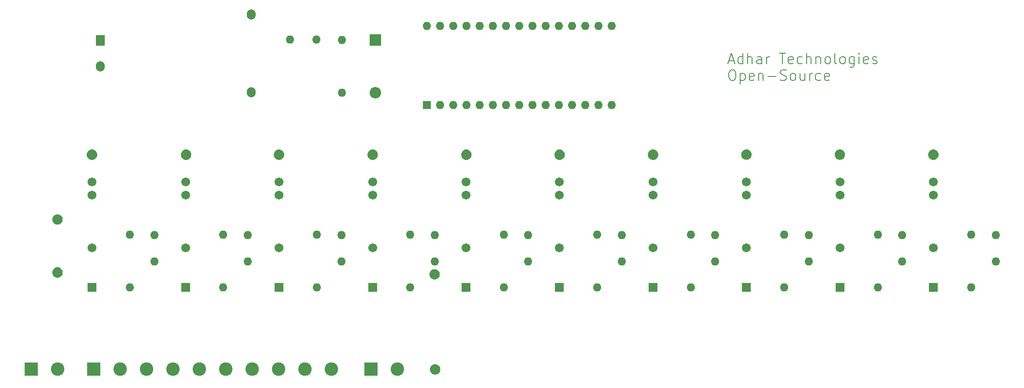
<source format=gbr>
%TF.GenerationSoftware,KiCad,Pcbnew,8.0.7*%
%TF.CreationDate,2025-02-15T17:39:48+06:00*%
%TF.ProjectId,arduino_plc,61726475-696e-46f5-9f70-6c632e6b6963,rev?*%
%TF.SameCoordinates,Original*%
%TF.FileFunction,Soldermask,Top*%
%TF.FilePolarity,Negative*%
%FSLAX46Y46*%
G04 Gerber Fmt 4.6, Leading zero omitted, Abs format (unit mm)*
G04 Created by KiCad (PCBNEW 8.0.7) date 2025-02-15 17:39:48*
%MOMM*%
%LPD*%
G01*
G04 APERTURE LIST*
G04 Aperture macros list*
%AMRoundRect*
0 Rectangle with rounded corners*
0 $1 Rounding radius*
0 $2 $3 $4 $5 $6 $7 $8 $9 X,Y pos of 4 corners*
0 Add a 4 corners polygon primitive as box body*
4,1,4,$2,$3,$4,$5,$6,$7,$8,$9,$2,$3,0*
0 Add four circle primitives for the rounded corners*
1,1,$1+$1,$2,$3*
1,1,$1+$1,$4,$5*
1,1,$1+$1,$6,$7*
1,1,$1+$1,$8,$9*
0 Add four rect primitives between the rounded corners*
20,1,$1+$1,$2,$3,$4,$5,0*
20,1,$1+$1,$4,$5,$6,$7,0*
20,1,$1+$1,$6,$7,$8,$9,0*
20,1,$1+$1,$8,$9,$2,$3,0*%
G04 Aperture macros list end*
%ADD10C,0.150000*%
%ADD11R,1.600000X1.600000*%
%ADD12O,1.600000X1.600000*%
%ADD13RoundRect,0.102000X-0.754000X0.754000X-0.754000X-0.754000X0.754000X-0.754000X0.754000X0.754000X0*%
%ADD14C,1.712000*%
%ADD15R,1.700000X2.000000*%
%ADD16O,1.700000X2.000000*%
%ADD17R,2.600000X2.600000*%
%ADD18C,2.600000*%
%ADD19R,2.200000X2.200000*%
%ADD20O,2.200000X2.200000*%
G04 APERTURE END LIST*
D10*
X202289636Y-55256121D02*
X203242017Y-55256121D01*
X202099160Y-55827550D02*
X202765826Y-53827550D01*
X202765826Y-53827550D02*
X203432493Y-55827550D01*
X204956303Y-55827550D02*
X204956303Y-53827550D01*
X204956303Y-55732312D02*
X204765827Y-55827550D01*
X204765827Y-55827550D02*
X204384874Y-55827550D01*
X204384874Y-55827550D02*
X204194398Y-55732312D01*
X204194398Y-55732312D02*
X204099160Y-55637073D01*
X204099160Y-55637073D02*
X204003922Y-55446597D01*
X204003922Y-55446597D02*
X204003922Y-54875169D01*
X204003922Y-54875169D02*
X204099160Y-54684692D01*
X204099160Y-54684692D02*
X204194398Y-54589454D01*
X204194398Y-54589454D02*
X204384874Y-54494216D01*
X204384874Y-54494216D02*
X204765827Y-54494216D01*
X204765827Y-54494216D02*
X204956303Y-54589454D01*
X205908684Y-55827550D02*
X205908684Y-53827550D01*
X206765827Y-55827550D02*
X206765827Y-54779931D01*
X206765827Y-54779931D02*
X206670589Y-54589454D01*
X206670589Y-54589454D02*
X206480113Y-54494216D01*
X206480113Y-54494216D02*
X206194398Y-54494216D01*
X206194398Y-54494216D02*
X206003922Y-54589454D01*
X206003922Y-54589454D02*
X205908684Y-54684692D01*
X208575351Y-55827550D02*
X208575351Y-54779931D01*
X208575351Y-54779931D02*
X208480113Y-54589454D01*
X208480113Y-54589454D02*
X208289637Y-54494216D01*
X208289637Y-54494216D02*
X207908684Y-54494216D01*
X207908684Y-54494216D02*
X207718208Y-54589454D01*
X208575351Y-55732312D02*
X208384875Y-55827550D01*
X208384875Y-55827550D02*
X207908684Y-55827550D01*
X207908684Y-55827550D02*
X207718208Y-55732312D01*
X207718208Y-55732312D02*
X207622970Y-55541835D01*
X207622970Y-55541835D02*
X207622970Y-55351359D01*
X207622970Y-55351359D02*
X207718208Y-55160883D01*
X207718208Y-55160883D02*
X207908684Y-55065645D01*
X207908684Y-55065645D02*
X208384875Y-55065645D01*
X208384875Y-55065645D02*
X208575351Y-54970407D01*
X209527732Y-55827550D02*
X209527732Y-54494216D01*
X209527732Y-54875169D02*
X209622970Y-54684692D01*
X209622970Y-54684692D02*
X209718208Y-54589454D01*
X209718208Y-54589454D02*
X209908684Y-54494216D01*
X209908684Y-54494216D02*
X210099161Y-54494216D01*
X212003923Y-53827550D02*
X213146780Y-53827550D01*
X212575351Y-55827550D02*
X212575351Y-53827550D01*
X214575352Y-55732312D02*
X214384876Y-55827550D01*
X214384876Y-55827550D02*
X214003923Y-55827550D01*
X214003923Y-55827550D02*
X213813447Y-55732312D01*
X213813447Y-55732312D02*
X213718209Y-55541835D01*
X213718209Y-55541835D02*
X213718209Y-54779931D01*
X213718209Y-54779931D02*
X213813447Y-54589454D01*
X213813447Y-54589454D02*
X214003923Y-54494216D01*
X214003923Y-54494216D02*
X214384876Y-54494216D01*
X214384876Y-54494216D02*
X214575352Y-54589454D01*
X214575352Y-54589454D02*
X214670590Y-54779931D01*
X214670590Y-54779931D02*
X214670590Y-54970407D01*
X214670590Y-54970407D02*
X213718209Y-55160883D01*
X216384876Y-55732312D02*
X216194400Y-55827550D01*
X216194400Y-55827550D02*
X215813447Y-55827550D01*
X215813447Y-55827550D02*
X215622971Y-55732312D01*
X215622971Y-55732312D02*
X215527733Y-55637073D01*
X215527733Y-55637073D02*
X215432495Y-55446597D01*
X215432495Y-55446597D02*
X215432495Y-54875169D01*
X215432495Y-54875169D02*
X215527733Y-54684692D01*
X215527733Y-54684692D02*
X215622971Y-54589454D01*
X215622971Y-54589454D02*
X215813447Y-54494216D01*
X215813447Y-54494216D02*
X216194400Y-54494216D01*
X216194400Y-54494216D02*
X216384876Y-54589454D01*
X217242019Y-55827550D02*
X217242019Y-53827550D01*
X218099162Y-55827550D02*
X218099162Y-54779931D01*
X218099162Y-54779931D02*
X218003924Y-54589454D01*
X218003924Y-54589454D02*
X217813448Y-54494216D01*
X217813448Y-54494216D02*
X217527733Y-54494216D01*
X217527733Y-54494216D02*
X217337257Y-54589454D01*
X217337257Y-54589454D02*
X217242019Y-54684692D01*
X219051543Y-54494216D02*
X219051543Y-55827550D01*
X219051543Y-54684692D02*
X219146781Y-54589454D01*
X219146781Y-54589454D02*
X219337257Y-54494216D01*
X219337257Y-54494216D02*
X219622972Y-54494216D01*
X219622972Y-54494216D02*
X219813448Y-54589454D01*
X219813448Y-54589454D02*
X219908686Y-54779931D01*
X219908686Y-54779931D02*
X219908686Y-55827550D01*
X221146781Y-55827550D02*
X220956305Y-55732312D01*
X220956305Y-55732312D02*
X220861067Y-55637073D01*
X220861067Y-55637073D02*
X220765829Y-55446597D01*
X220765829Y-55446597D02*
X220765829Y-54875169D01*
X220765829Y-54875169D02*
X220861067Y-54684692D01*
X220861067Y-54684692D02*
X220956305Y-54589454D01*
X220956305Y-54589454D02*
X221146781Y-54494216D01*
X221146781Y-54494216D02*
X221432496Y-54494216D01*
X221432496Y-54494216D02*
X221622972Y-54589454D01*
X221622972Y-54589454D02*
X221718210Y-54684692D01*
X221718210Y-54684692D02*
X221813448Y-54875169D01*
X221813448Y-54875169D02*
X221813448Y-55446597D01*
X221813448Y-55446597D02*
X221718210Y-55637073D01*
X221718210Y-55637073D02*
X221622972Y-55732312D01*
X221622972Y-55732312D02*
X221432496Y-55827550D01*
X221432496Y-55827550D02*
X221146781Y-55827550D01*
X222956305Y-55827550D02*
X222765829Y-55732312D01*
X222765829Y-55732312D02*
X222670591Y-55541835D01*
X222670591Y-55541835D02*
X222670591Y-53827550D01*
X224003924Y-55827550D02*
X223813448Y-55732312D01*
X223813448Y-55732312D02*
X223718210Y-55637073D01*
X223718210Y-55637073D02*
X223622972Y-55446597D01*
X223622972Y-55446597D02*
X223622972Y-54875169D01*
X223622972Y-54875169D02*
X223718210Y-54684692D01*
X223718210Y-54684692D02*
X223813448Y-54589454D01*
X223813448Y-54589454D02*
X224003924Y-54494216D01*
X224003924Y-54494216D02*
X224289639Y-54494216D01*
X224289639Y-54494216D02*
X224480115Y-54589454D01*
X224480115Y-54589454D02*
X224575353Y-54684692D01*
X224575353Y-54684692D02*
X224670591Y-54875169D01*
X224670591Y-54875169D02*
X224670591Y-55446597D01*
X224670591Y-55446597D02*
X224575353Y-55637073D01*
X224575353Y-55637073D02*
X224480115Y-55732312D01*
X224480115Y-55732312D02*
X224289639Y-55827550D01*
X224289639Y-55827550D02*
X224003924Y-55827550D01*
X226384877Y-54494216D02*
X226384877Y-56113264D01*
X226384877Y-56113264D02*
X226289639Y-56303740D01*
X226289639Y-56303740D02*
X226194401Y-56398978D01*
X226194401Y-56398978D02*
X226003924Y-56494216D01*
X226003924Y-56494216D02*
X225718210Y-56494216D01*
X225718210Y-56494216D02*
X225527734Y-56398978D01*
X226384877Y-55732312D02*
X226194401Y-55827550D01*
X226194401Y-55827550D02*
X225813448Y-55827550D01*
X225813448Y-55827550D02*
X225622972Y-55732312D01*
X225622972Y-55732312D02*
X225527734Y-55637073D01*
X225527734Y-55637073D02*
X225432496Y-55446597D01*
X225432496Y-55446597D02*
X225432496Y-54875169D01*
X225432496Y-54875169D02*
X225527734Y-54684692D01*
X225527734Y-54684692D02*
X225622972Y-54589454D01*
X225622972Y-54589454D02*
X225813448Y-54494216D01*
X225813448Y-54494216D02*
X226194401Y-54494216D01*
X226194401Y-54494216D02*
X226384877Y-54589454D01*
X227337258Y-55827550D02*
X227337258Y-54494216D01*
X227337258Y-53827550D02*
X227242020Y-53922788D01*
X227242020Y-53922788D02*
X227337258Y-54018026D01*
X227337258Y-54018026D02*
X227432496Y-53922788D01*
X227432496Y-53922788D02*
X227337258Y-53827550D01*
X227337258Y-53827550D02*
X227337258Y-54018026D01*
X229051544Y-55732312D02*
X228861068Y-55827550D01*
X228861068Y-55827550D02*
X228480115Y-55827550D01*
X228480115Y-55827550D02*
X228289639Y-55732312D01*
X228289639Y-55732312D02*
X228194401Y-55541835D01*
X228194401Y-55541835D02*
X228194401Y-54779931D01*
X228194401Y-54779931D02*
X228289639Y-54589454D01*
X228289639Y-54589454D02*
X228480115Y-54494216D01*
X228480115Y-54494216D02*
X228861068Y-54494216D01*
X228861068Y-54494216D02*
X229051544Y-54589454D01*
X229051544Y-54589454D02*
X229146782Y-54779931D01*
X229146782Y-54779931D02*
X229146782Y-54970407D01*
X229146782Y-54970407D02*
X228194401Y-55160883D01*
X229908687Y-55732312D02*
X230099163Y-55827550D01*
X230099163Y-55827550D02*
X230480115Y-55827550D01*
X230480115Y-55827550D02*
X230670592Y-55732312D01*
X230670592Y-55732312D02*
X230765830Y-55541835D01*
X230765830Y-55541835D02*
X230765830Y-55446597D01*
X230765830Y-55446597D02*
X230670592Y-55256121D01*
X230670592Y-55256121D02*
X230480115Y-55160883D01*
X230480115Y-55160883D02*
X230194401Y-55160883D01*
X230194401Y-55160883D02*
X230003925Y-55065645D01*
X230003925Y-55065645D02*
X229908687Y-54875169D01*
X229908687Y-54875169D02*
X229908687Y-54779931D01*
X229908687Y-54779931D02*
X230003925Y-54589454D01*
X230003925Y-54589454D02*
X230194401Y-54494216D01*
X230194401Y-54494216D02*
X230480115Y-54494216D01*
X230480115Y-54494216D02*
X230670592Y-54589454D01*
X202765826Y-57047438D02*
X203146779Y-57047438D01*
X203146779Y-57047438D02*
X203337255Y-57142676D01*
X203337255Y-57142676D02*
X203527731Y-57333152D01*
X203527731Y-57333152D02*
X203622969Y-57714104D01*
X203622969Y-57714104D02*
X203622969Y-58380771D01*
X203622969Y-58380771D02*
X203527731Y-58761723D01*
X203527731Y-58761723D02*
X203337255Y-58952200D01*
X203337255Y-58952200D02*
X203146779Y-59047438D01*
X203146779Y-59047438D02*
X202765826Y-59047438D01*
X202765826Y-59047438D02*
X202575350Y-58952200D01*
X202575350Y-58952200D02*
X202384874Y-58761723D01*
X202384874Y-58761723D02*
X202289636Y-58380771D01*
X202289636Y-58380771D02*
X202289636Y-57714104D01*
X202289636Y-57714104D02*
X202384874Y-57333152D01*
X202384874Y-57333152D02*
X202575350Y-57142676D01*
X202575350Y-57142676D02*
X202765826Y-57047438D01*
X204480112Y-57714104D02*
X204480112Y-59714104D01*
X204480112Y-57809342D02*
X204670588Y-57714104D01*
X204670588Y-57714104D02*
X205051541Y-57714104D01*
X205051541Y-57714104D02*
X205242017Y-57809342D01*
X205242017Y-57809342D02*
X205337255Y-57904580D01*
X205337255Y-57904580D02*
X205432493Y-58095057D01*
X205432493Y-58095057D02*
X205432493Y-58666485D01*
X205432493Y-58666485D02*
X205337255Y-58856961D01*
X205337255Y-58856961D02*
X205242017Y-58952200D01*
X205242017Y-58952200D02*
X205051541Y-59047438D01*
X205051541Y-59047438D02*
X204670588Y-59047438D01*
X204670588Y-59047438D02*
X204480112Y-58952200D01*
X207051541Y-58952200D02*
X206861065Y-59047438D01*
X206861065Y-59047438D02*
X206480112Y-59047438D01*
X206480112Y-59047438D02*
X206289636Y-58952200D01*
X206289636Y-58952200D02*
X206194398Y-58761723D01*
X206194398Y-58761723D02*
X206194398Y-57999819D01*
X206194398Y-57999819D02*
X206289636Y-57809342D01*
X206289636Y-57809342D02*
X206480112Y-57714104D01*
X206480112Y-57714104D02*
X206861065Y-57714104D01*
X206861065Y-57714104D02*
X207051541Y-57809342D01*
X207051541Y-57809342D02*
X207146779Y-57999819D01*
X207146779Y-57999819D02*
X207146779Y-58190295D01*
X207146779Y-58190295D02*
X206194398Y-58380771D01*
X208003922Y-57714104D02*
X208003922Y-59047438D01*
X208003922Y-57904580D02*
X208099160Y-57809342D01*
X208099160Y-57809342D02*
X208289636Y-57714104D01*
X208289636Y-57714104D02*
X208575351Y-57714104D01*
X208575351Y-57714104D02*
X208765827Y-57809342D01*
X208765827Y-57809342D02*
X208861065Y-57999819D01*
X208861065Y-57999819D02*
X208861065Y-59047438D01*
X209813446Y-58285533D02*
X211337256Y-58285533D01*
X212194398Y-58952200D02*
X212480112Y-59047438D01*
X212480112Y-59047438D02*
X212956303Y-59047438D01*
X212956303Y-59047438D02*
X213146779Y-58952200D01*
X213146779Y-58952200D02*
X213242017Y-58856961D01*
X213242017Y-58856961D02*
X213337255Y-58666485D01*
X213337255Y-58666485D02*
X213337255Y-58476009D01*
X213337255Y-58476009D02*
X213242017Y-58285533D01*
X213242017Y-58285533D02*
X213146779Y-58190295D01*
X213146779Y-58190295D02*
X212956303Y-58095057D01*
X212956303Y-58095057D02*
X212575350Y-57999819D01*
X212575350Y-57999819D02*
X212384874Y-57904580D01*
X212384874Y-57904580D02*
X212289636Y-57809342D01*
X212289636Y-57809342D02*
X212194398Y-57618866D01*
X212194398Y-57618866D02*
X212194398Y-57428390D01*
X212194398Y-57428390D02*
X212289636Y-57237914D01*
X212289636Y-57237914D02*
X212384874Y-57142676D01*
X212384874Y-57142676D02*
X212575350Y-57047438D01*
X212575350Y-57047438D02*
X213051541Y-57047438D01*
X213051541Y-57047438D02*
X213337255Y-57142676D01*
X214480112Y-59047438D02*
X214289636Y-58952200D01*
X214289636Y-58952200D02*
X214194398Y-58856961D01*
X214194398Y-58856961D02*
X214099160Y-58666485D01*
X214099160Y-58666485D02*
X214099160Y-58095057D01*
X214099160Y-58095057D02*
X214194398Y-57904580D01*
X214194398Y-57904580D02*
X214289636Y-57809342D01*
X214289636Y-57809342D02*
X214480112Y-57714104D01*
X214480112Y-57714104D02*
X214765827Y-57714104D01*
X214765827Y-57714104D02*
X214956303Y-57809342D01*
X214956303Y-57809342D02*
X215051541Y-57904580D01*
X215051541Y-57904580D02*
X215146779Y-58095057D01*
X215146779Y-58095057D02*
X215146779Y-58666485D01*
X215146779Y-58666485D02*
X215051541Y-58856961D01*
X215051541Y-58856961D02*
X214956303Y-58952200D01*
X214956303Y-58952200D02*
X214765827Y-59047438D01*
X214765827Y-59047438D02*
X214480112Y-59047438D01*
X216861065Y-57714104D02*
X216861065Y-59047438D01*
X216003922Y-57714104D02*
X216003922Y-58761723D01*
X216003922Y-58761723D02*
X216099160Y-58952200D01*
X216099160Y-58952200D02*
X216289636Y-59047438D01*
X216289636Y-59047438D02*
X216575351Y-59047438D01*
X216575351Y-59047438D02*
X216765827Y-58952200D01*
X216765827Y-58952200D02*
X216861065Y-58856961D01*
X217813446Y-59047438D02*
X217813446Y-57714104D01*
X217813446Y-58095057D02*
X217908684Y-57904580D01*
X217908684Y-57904580D02*
X218003922Y-57809342D01*
X218003922Y-57809342D02*
X218194398Y-57714104D01*
X218194398Y-57714104D02*
X218384875Y-57714104D01*
X219908684Y-58952200D02*
X219718208Y-59047438D01*
X219718208Y-59047438D02*
X219337255Y-59047438D01*
X219337255Y-59047438D02*
X219146779Y-58952200D01*
X219146779Y-58952200D02*
X219051541Y-58856961D01*
X219051541Y-58856961D02*
X218956303Y-58666485D01*
X218956303Y-58666485D02*
X218956303Y-58095057D01*
X218956303Y-58095057D02*
X219051541Y-57904580D01*
X219051541Y-57904580D02*
X219146779Y-57809342D01*
X219146779Y-57809342D02*
X219337255Y-57714104D01*
X219337255Y-57714104D02*
X219718208Y-57714104D01*
X219718208Y-57714104D02*
X219908684Y-57809342D01*
X221527732Y-58952200D02*
X221337256Y-59047438D01*
X221337256Y-59047438D02*
X220956303Y-59047438D01*
X220956303Y-59047438D02*
X220765827Y-58952200D01*
X220765827Y-58952200D02*
X220670589Y-58761723D01*
X220670589Y-58761723D02*
X220670589Y-57999819D01*
X220670589Y-57999819D02*
X220765827Y-57809342D01*
X220765827Y-57809342D02*
X220956303Y-57714104D01*
X220956303Y-57714104D02*
X221337256Y-57714104D01*
X221337256Y-57714104D02*
X221527732Y-57809342D01*
X221527732Y-57809342D02*
X221622970Y-57999819D01*
X221622970Y-57999819D02*
X221622970Y-58190295D01*
X221622970Y-58190295D02*
X220670589Y-58380771D01*
D11*
%TO.C,A1*%
X144152500Y-63842500D03*
D12*
X146692500Y-63842500D03*
X149232500Y-63842500D03*
X151772500Y-63842500D03*
X154312500Y-63842500D03*
X156852500Y-63842500D03*
X159392500Y-63842500D03*
X161932500Y-63842500D03*
X164472500Y-63842500D03*
X167012500Y-63842500D03*
X169552500Y-63842500D03*
X172092500Y-63842500D03*
X174632500Y-63842500D03*
X177172500Y-63842500D03*
X179712500Y-63842500D03*
X179712500Y-48602500D03*
X177172500Y-48602500D03*
X174632500Y-48602500D03*
X172092500Y-48602500D03*
X169552500Y-48602500D03*
X167012500Y-48602500D03*
X164472500Y-48602500D03*
X161932500Y-48602500D03*
X159392500Y-48602500D03*
X156852500Y-48602500D03*
X154312500Y-48602500D03*
X151772500Y-48602500D03*
X149232500Y-48602500D03*
X146692500Y-48602500D03*
X144152500Y-48602500D03*
%TD*%
D13*
%TO.C,K5*%
X151699164Y-98940000D03*
D14*
X151699164Y-91320000D03*
X151699164Y-81160000D03*
X151699164Y-78620000D03*
%TD*%
D13*
%TO.C,K6*%
X169685830Y-98940000D03*
D14*
X169685830Y-91320000D03*
X169685830Y-81160000D03*
X169685830Y-78620000D03*
%TD*%
D15*
%TO.C,PS1*%
X81345000Y-51372500D03*
D16*
X81345000Y-56372500D03*
X110425000Y-46372500D03*
X110425000Y-61372500D03*
%TD*%
D12*
%TO.C,U9*%
X217636662Y-93950000D03*
X217636662Y-88870000D03*
%TD*%
D13*
%TO.C,K8*%
X205659162Y-98940000D03*
D14*
X205659162Y-91320000D03*
X205659162Y-81160000D03*
X205659162Y-78620000D03*
%TD*%
D13*
%TO.C,K10*%
X241632500Y-98940000D03*
D14*
X241632500Y-91320000D03*
X241632500Y-81160000D03*
X241632500Y-78620000D03*
%TD*%
D12*
%TO.C,R7*%
X176953329Y-98920000D03*
X176953329Y-88760000D03*
%TD*%
%TO.C,U4*%
X127703332Y-93950000D03*
X127703332Y-88870000D03*
%TD*%
D13*
%TO.C,K9*%
X223645828Y-98940000D03*
D14*
X223645828Y-91320000D03*
X223645828Y-81160000D03*
X223645828Y-78620000D03*
%TD*%
D12*
%TO.C,U11*%
X253610000Y-93950000D03*
X253610000Y-88870000D03*
%TD*%
D17*
%TO.C,REF\u002A\u002A*%
X133432500Y-114710000D03*
D18*
X138512500Y-114710000D03*
%TD*%
D12*
%TO.C,R2*%
X87020000Y-98920000D03*
X87020000Y-88760000D03*
%TD*%
%TO.C,U3*%
X109716666Y-93950000D03*
X109716666Y-88870000D03*
%TD*%
%TO.C,U1*%
X117852500Y-51190000D03*
X122932500Y-51190000D03*
%TD*%
D13*
%TO.C,K2*%
X97739166Y-98940000D03*
D14*
X97739166Y-91320000D03*
X97739166Y-81160000D03*
X97739166Y-78620000D03*
%TD*%
D13*
%TO.C,K3*%
X115725832Y-98940000D03*
D14*
X115725832Y-91320000D03*
X115725832Y-81160000D03*
X115725832Y-78620000D03*
%TD*%
D12*
%TO.C,R9*%
X212926661Y-98920000D03*
X212926661Y-88760000D03*
%TD*%
%TO.C,U2*%
X91730000Y-93950000D03*
X91730000Y-88870000D03*
%TD*%
%TO.C,R4*%
X122993331Y-98920000D03*
X122993331Y-88760000D03*
%TD*%
D17*
%TO.C,REF\u002A\u002A*%
X80072500Y-114710000D03*
D18*
X85152500Y-114710000D03*
X90232500Y-114710000D03*
X95312500Y-114710000D03*
X100392500Y-114710000D03*
X105472500Y-114710000D03*
X110552500Y-114710000D03*
X115632500Y-114710000D03*
X120712500Y-114710000D03*
X125792500Y-114710000D03*
%TD*%
D12*
%TO.C,R1*%
X127832500Y-61425000D03*
X127832500Y-51265000D03*
%TD*%
D13*
%TO.C,K4*%
X133712498Y-98940000D03*
D14*
X133712498Y-91320000D03*
X133712498Y-81160000D03*
X133712498Y-78620000D03*
%TD*%
D12*
%TO.C,R8*%
X194939995Y-98920000D03*
X194939995Y-88760000D03*
%TD*%
D13*
%TO.C,K1*%
X79752500Y-98940000D03*
D14*
X79752500Y-91320000D03*
X79752500Y-81160000D03*
X79752500Y-78620000D03*
%TD*%
D12*
%TO.C,U7*%
X181663330Y-93950000D03*
X181663330Y-88870000D03*
%TD*%
%TO.C,R5*%
X140979997Y-98920000D03*
X140979997Y-88760000D03*
%TD*%
D13*
%TO.C,K7*%
X187672496Y-98940000D03*
D14*
X187672496Y-91320000D03*
X187672496Y-81160000D03*
X187672496Y-78620000D03*
%TD*%
D12*
%TO.C,U8*%
X199649996Y-93950000D03*
X199649996Y-88870000D03*
%TD*%
D17*
%TO.C,REF\u002A\u002A*%
X68032500Y-114710000D03*
D18*
X73112500Y-114710000D03*
%TD*%
D12*
%TO.C,U6*%
X163676664Y-93950000D03*
X163676664Y-88870000D03*
%TD*%
D19*
%TO.C,D1*%
X134272500Y-51310000D03*
D20*
X134272500Y-61470000D03*
%TD*%
D12*
%TO.C,R11*%
X248899999Y-98920000D03*
X248899999Y-88760000D03*
%TD*%
%TO.C,U5*%
X145689998Y-93950000D03*
X145689998Y-88870000D03*
%TD*%
%TO.C,R6*%
X158966663Y-98920000D03*
X158966663Y-88760000D03*
%TD*%
%TO.C,R3*%
X105006665Y-98920000D03*
X105006665Y-88760000D03*
%TD*%
%TO.C,R10*%
X230913327Y-98920000D03*
X230913327Y-88760000D03*
%TD*%
%TO.C,U10*%
X235623328Y-93950000D03*
X235623328Y-88870000D03*
%TD*%
G36*
X73285434Y-84888017D02*
G01*
X73309275Y-84892759D01*
X73473498Y-84942575D01*
X73495956Y-84951878D01*
X73647298Y-85032772D01*
X73667510Y-85046277D01*
X73800166Y-85155145D01*
X73817354Y-85172333D01*
X73926222Y-85304989D01*
X73939727Y-85325201D01*
X74020621Y-85476543D01*
X74029924Y-85499001D01*
X74079740Y-85663224D01*
X74084482Y-85687065D01*
X74101302Y-85857846D01*
X74101302Y-85882154D01*
X74084482Y-86052934D01*
X74079740Y-86076775D01*
X74029924Y-86240998D01*
X74020621Y-86263456D01*
X73939727Y-86414798D01*
X73926222Y-86435010D01*
X73817354Y-86567666D01*
X73800166Y-86584854D01*
X73667510Y-86693722D01*
X73647298Y-86707227D01*
X73495956Y-86788121D01*
X73473498Y-86797424D01*
X73309275Y-86847240D01*
X73285434Y-86851982D01*
X73114654Y-86868802D01*
X73090346Y-86868802D01*
X72919565Y-86851982D01*
X72895724Y-86847240D01*
X72731501Y-86797424D01*
X72709043Y-86788121D01*
X72557701Y-86707227D01*
X72537489Y-86693722D01*
X72404833Y-86584854D01*
X72387645Y-86567666D01*
X72278777Y-86435010D01*
X72265272Y-86414798D01*
X72184378Y-86263456D01*
X72175075Y-86240998D01*
X72125259Y-86076775D01*
X72120517Y-86052934D01*
X72103697Y-85882154D01*
X72103697Y-85857846D01*
X72120517Y-85687065D01*
X72125259Y-85663224D01*
X72175075Y-85499001D01*
X72184378Y-85476543D01*
X72265272Y-85325201D01*
X72278777Y-85304989D01*
X72387645Y-85172333D01*
X72404833Y-85155145D01*
X72537489Y-85046277D01*
X72557701Y-85032772D01*
X72709043Y-84951878D01*
X72731501Y-84942575D01*
X72895724Y-84892759D01*
X72919565Y-84888017D01*
X73090346Y-84871197D01*
X73114654Y-84871197D01*
X73285434Y-84888017D01*
G37*
G36*
X98025434Y-72388017D02*
G01*
X98049275Y-72392759D01*
X98213498Y-72442575D01*
X98235956Y-72451878D01*
X98387298Y-72532772D01*
X98407510Y-72546277D01*
X98540166Y-72655145D01*
X98557354Y-72672333D01*
X98666222Y-72804989D01*
X98679727Y-72825201D01*
X98760621Y-72976543D01*
X98769924Y-72999001D01*
X98819740Y-73163224D01*
X98824482Y-73187065D01*
X98841302Y-73357846D01*
X98841302Y-73382154D01*
X98824482Y-73552934D01*
X98819740Y-73576775D01*
X98769924Y-73740998D01*
X98760621Y-73763456D01*
X98679727Y-73914798D01*
X98666222Y-73935010D01*
X98557354Y-74067666D01*
X98540166Y-74084854D01*
X98407510Y-74193722D01*
X98387298Y-74207227D01*
X98235956Y-74288121D01*
X98213498Y-74297424D01*
X98049275Y-74347240D01*
X98025434Y-74351982D01*
X97854654Y-74368802D01*
X97830346Y-74368802D01*
X97659565Y-74351982D01*
X97635724Y-74347240D01*
X97471501Y-74297424D01*
X97449043Y-74288121D01*
X97297701Y-74207227D01*
X97277489Y-74193722D01*
X97144833Y-74084854D01*
X97127645Y-74067666D01*
X97018777Y-73935010D01*
X97005272Y-73914798D01*
X96924378Y-73763456D01*
X96915075Y-73740998D01*
X96865259Y-73576775D01*
X96860517Y-73552934D01*
X96843697Y-73382154D01*
X96843697Y-73357846D01*
X96860517Y-73187065D01*
X96865259Y-73163224D01*
X96915075Y-72999001D01*
X96924378Y-72976543D01*
X97005272Y-72825201D01*
X97018777Y-72804989D01*
X97127645Y-72672333D01*
X97144833Y-72655145D01*
X97277489Y-72546277D01*
X97297701Y-72532772D01*
X97449043Y-72451878D01*
X97471501Y-72442575D01*
X97635724Y-72392759D01*
X97659565Y-72388017D01*
X97830346Y-72371197D01*
X97854654Y-72371197D01*
X98025434Y-72388017D01*
G37*
G36*
X115905434Y-72388017D02*
G01*
X115929275Y-72392759D01*
X116093498Y-72442575D01*
X116115956Y-72451878D01*
X116267298Y-72532772D01*
X116287510Y-72546277D01*
X116420166Y-72655145D01*
X116437354Y-72672333D01*
X116546222Y-72804989D01*
X116559727Y-72825201D01*
X116640621Y-72976543D01*
X116649924Y-72999001D01*
X116699740Y-73163224D01*
X116704482Y-73187065D01*
X116721302Y-73357846D01*
X116721302Y-73382154D01*
X116704482Y-73552934D01*
X116699740Y-73576775D01*
X116649924Y-73740998D01*
X116640621Y-73763456D01*
X116559727Y-73914798D01*
X116546222Y-73935010D01*
X116437354Y-74067666D01*
X116420166Y-74084854D01*
X116287510Y-74193722D01*
X116267298Y-74207227D01*
X116115956Y-74288121D01*
X116093498Y-74297424D01*
X115929275Y-74347240D01*
X115905434Y-74351982D01*
X115734654Y-74368802D01*
X115710346Y-74368802D01*
X115539565Y-74351982D01*
X115515724Y-74347240D01*
X115351501Y-74297424D01*
X115329043Y-74288121D01*
X115177701Y-74207227D01*
X115157489Y-74193722D01*
X115024833Y-74084854D01*
X115007645Y-74067666D01*
X114898777Y-73935010D01*
X114885272Y-73914798D01*
X114804378Y-73763456D01*
X114795075Y-73740998D01*
X114745259Y-73576775D01*
X114740517Y-73552934D01*
X114723697Y-73382154D01*
X114723697Y-73357846D01*
X114740517Y-73187065D01*
X114745259Y-73163224D01*
X114795075Y-72999001D01*
X114804378Y-72976543D01*
X114885272Y-72825201D01*
X114898777Y-72804989D01*
X115007645Y-72672333D01*
X115024833Y-72655145D01*
X115157489Y-72546277D01*
X115177701Y-72532772D01*
X115329043Y-72451878D01*
X115351501Y-72442575D01*
X115515724Y-72392759D01*
X115539565Y-72388017D01*
X115710346Y-72371197D01*
X115734654Y-72371197D01*
X115905434Y-72388017D01*
G37*
G36*
X133925434Y-72388017D02*
G01*
X133949275Y-72392759D01*
X134113498Y-72442575D01*
X134135956Y-72451878D01*
X134287298Y-72532772D01*
X134307510Y-72546277D01*
X134440166Y-72655145D01*
X134457354Y-72672333D01*
X134566222Y-72804989D01*
X134579727Y-72825201D01*
X134660621Y-72976543D01*
X134669924Y-72999001D01*
X134719740Y-73163224D01*
X134724482Y-73187065D01*
X134741302Y-73357846D01*
X134741302Y-73382154D01*
X134724482Y-73552934D01*
X134719740Y-73576775D01*
X134669924Y-73740998D01*
X134660621Y-73763456D01*
X134579727Y-73914798D01*
X134566222Y-73935010D01*
X134457354Y-74067666D01*
X134440166Y-74084854D01*
X134307510Y-74193722D01*
X134287298Y-74207227D01*
X134135956Y-74288121D01*
X134113498Y-74297424D01*
X133949275Y-74347240D01*
X133925434Y-74351982D01*
X133754654Y-74368802D01*
X133730346Y-74368802D01*
X133559565Y-74351982D01*
X133535724Y-74347240D01*
X133371501Y-74297424D01*
X133349043Y-74288121D01*
X133197701Y-74207227D01*
X133177489Y-74193722D01*
X133044833Y-74084854D01*
X133027645Y-74067666D01*
X132918777Y-73935010D01*
X132905272Y-73914798D01*
X132824378Y-73763456D01*
X132815075Y-73740998D01*
X132765259Y-73576775D01*
X132760517Y-73552934D01*
X132743697Y-73382154D01*
X132743697Y-73357846D01*
X132760517Y-73187065D01*
X132765259Y-73163224D01*
X132815075Y-72999001D01*
X132824378Y-72976543D01*
X132905272Y-72825201D01*
X132918777Y-72804989D01*
X133027645Y-72672333D01*
X133044833Y-72655145D01*
X133177489Y-72546277D01*
X133197701Y-72532772D01*
X133349043Y-72451878D01*
X133371501Y-72442575D01*
X133535724Y-72392759D01*
X133559565Y-72388017D01*
X133730346Y-72371197D01*
X133754654Y-72371197D01*
X133925434Y-72388017D01*
G37*
G36*
X151945434Y-72388017D02*
G01*
X151969275Y-72392759D01*
X152133498Y-72442575D01*
X152155956Y-72451878D01*
X152307298Y-72532772D01*
X152327510Y-72546277D01*
X152460166Y-72655145D01*
X152477354Y-72672333D01*
X152586222Y-72804989D01*
X152599727Y-72825201D01*
X152680621Y-72976543D01*
X152689924Y-72999001D01*
X152739740Y-73163224D01*
X152744482Y-73187065D01*
X152761302Y-73357846D01*
X152761302Y-73382154D01*
X152744482Y-73552934D01*
X152739740Y-73576775D01*
X152689924Y-73740998D01*
X152680621Y-73763456D01*
X152599727Y-73914798D01*
X152586222Y-73935010D01*
X152477354Y-74067666D01*
X152460166Y-74084854D01*
X152327510Y-74193722D01*
X152307298Y-74207227D01*
X152155956Y-74288121D01*
X152133498Y-74297424D01*
X151969275Y-74347240D01*
X151945434Y-74351982D01*
X151774654Y-74368802D01*
X151750346Y-74368802D01*
X151579565Y-74351982D01*
X151555724Y-74347240D01*
X151391501Y-74297424D01*
X151369043Y-74288121D01*
X151217701Y-74207227D01*
X151197489Y-74193722D01*
X151064833Y-74084854D01*
X151047645Y-74067666D01*
X150938777Y-73935010D01*
X150925272Y-73914798D01*
X150844378Y-73763456D01*
X150835075Y-73740998D01*
X150785259Y-73576775D01*
X150780517Y-73552934D01*
X150763697Y-73382154D01*
X150763697Y-73357846D01*
X150780517Y-73187065D01*
X150785259Y-73163224D01*
X150835075Y-72999001D01*
X150844378Y-72976543D01*
X150925272Y-72825201D01*
X150938777Y-72804989D01*
X151047645Y-72672333D01*
X151064833Y-72655145D01*
X151197489Y-72546277D01*
X151217701Y-72532772D01*
X151369043Y-72451878D01*
X151391501Y-72442575D01*
X151555724Y-72392759D01*
X151579565Y-72388017D01*
X151750346Y-72371197D01*
X151774654Y-72371197D01*
X151945434Y-72388017D01*
G37*
G36*
X223805434Y-72378017D02*
G01*
X223829275Y-72382759D01*
X223993498Y-72432575D01*
X224015956Y-72441878D01*
X224167298Y-72522772D01*
X224187510Y-72536277D01*
X224320166Y-72645145D01*
X224337354Y-72662333D01*
X224446222Y-72794989D01*
X224459727Y-72815201D01*
X224540621Y-72966543D01*
X224549924Y-72989001D01*
X224599740Y-73153224D01*
X224604482Y-73177065D01*
X224621302Y-73347846D01*
X224621302Y-73372154D01*
X224604482Y-73542934D01*
X224599740Y-73566775D01*
X224549924Y-73730998D01*
X224540621Y-73753456D01*
X224459727Y-73904798D01*
X224446222Y-73925010D01*
X224337354Y-74057666D01*
X224320166Y-74074854D01*
X224187510Y-74183722D01*
X224167298Y-74197227D01*
X224015956Y-74278121D01*
X223993498Y-74287424D01*
X223829275Y-74337240D01*
X223805434Y-74341982D01*
X223634654Y-74358802D01*
X223610346Y-74358802D01*
X223439565Y-74341982D01*
X223415724Y-74337240D01*
X223251501Y-74287424D01*
X223229043Y-74278121D01*
X223077701Y-74197227D01*
X223057489Y-74183722D01*
X222924833Y-74074854D01*
X222907645Y-74057666D01*
X222798777Y-73925010D01*
X222785272Y-73904798D01*
X222704378Y-73753456D01*
X222695075Y-73730998D01*
X222645259Y-73566775D01*
X222640517Y-73542934D01*
X222623697Y-73372154D01*
X222623697Y-73347846D01*
X222640517Y-73177065D01*
X222645259Y-73153224D01*
X222695075Y-72989001D01*
X222704378Y-72966543D01*
X222785272Y-72815201D01*
X222798777Y-72794989D01*
X222907645Y-72662333D01*
X222924833Y-72645145D01*
X223057489Y-72536277D01*
X223077701Y-72522772D01*
X223229043Y-72441878D01*
X223251501Y-72432575D01*
X223415724Y-72382759D01*
X223439565Y-72378017D01*
X223610346Y-72361197D01*
X223634654Y-72361197D01*
X223805434Y-72378017D01*
G37*
G36*
X145845434Y-95448017D02*
G01*
X145869275Y-95452759D01*
X146033498Y-95502575D01*
X146055956Y-95511878D01*
X146207298Y-95592772D01*
X146227510Y-95606277D01*
X146360166Y-95715145D01*
X146377354Y-95732333D01*
X146486222Y-95864989D01*
X146499727Y-95885201D01*
X146580621Y-96036543D01*
X146589924Y-96059001D01*
X146639740Y-96223224D01*
X146644482Y-96247065D01*
X146661302Y-96417846D01*
X146661302Y-96442154D01*
X146644482Y-96612934D01*
X146639740Y-96636775D01*
X146589924Y-96800998D01*
X146580621Y-96823456D01*
X146499727Y-96974798D01*
X146486222Y-96995010D01*
X146377354Y-97127666D01*
X146360166Y-97144854D01*
X146227510Y-97253722D01*
X146207298Y-97267227D01*
X146055956Y-97348121D01*
X146033498Y-97357424D01*
X145869275Y-97407240D01*
X145845434Y-97411982D01*
X145674654Y-97428802D01*
X145650346Y-97428802D01*
X145479565Y-97411982D01*
X145455724Y-97407240D01*
X145291501Y-97357424D01*
X145269043Y-97348121D01*
X145117701Y-97267227D01*
X145097489Y-97253722D01*
X144964833Y-97144854D01*
X144947645Y-97127666D01*
X144838777Y-96995010D01*
X144825272Y-96974798D01*
X144744378Y-96823456D01*
X144735075Y-96800998D01*
X144685259Y-96636775D01*
X144680517Y-96612934D01*
X144663697Y-96442154D01*
X144663697Y-96417846D01*
X144680517Y-96247065D01*
X144685259Y-96223224D01*
X144735075Y-96059001D01*
X144744378Y-96036543D01*
X144825272Y-95885201D01*
X144838777Y-95864989D01*
X144947645Y-95732333D01*
X144964833Y-95715145D01*
X145097489Y-95606277D01*
X145117701Y-95592772D01*
X145269043Y-95511878D01*
X145291501Y-95502575D01*
X145455724Y-95452759D01*
X145479565Y-95448017D01*
X145650346Y-95431197D01*
X145674654Y-95431197D01*
X145845434Y-95448017D01*
G37*
G36*
X187875434Y-72388017D02*
G01*
X187899275Y-72392759D01*
X188063498Y-72442575D01*
X188085956Y-72451878D01*
X188237298Y-72532772D01*
X188257510Y-72546277D01*
X188390166Y-72655145D01*
X188407354Y-72672333D01*
X188516222Y-72804989D01*
X188529727Y-72825201D01*
X188610621Y-72976543D01*
X188619924Y-72999001D01*
X188669740Y-73163224D01*
X188674482Y-73187065D01*
X188691302Y-73357846D01*
X188691302Y-73382154D01*
X188674482Y-73552934D01*
X188669740Y-73576775D01*
X188619924Y-73740998D01*
X188610621Y-73763456D01*
X188529727Y-73914798D01*
X188516222Y-73935010D01*
X188407354Y-74067666D01*
X188390166Y-74084854D01*
X188257510Y-74193722D01*
X188237298Y-74207227D01*
X188085956Y-74288121D01*
X188063498Y-74297424D01*
X187899275Y-74347240D01*
X187875434Y-74351982D01*
X187704654Y-74368802D01*
X187680346Y-74368802D01*
X187509565Y-74351982D01*
X187485724Y-74347240D01*
X187321501Y-74297424D01*
X187299043Y-74288121D01*
X187147701Y-74207227D01*
X187127489Y-74193722D01*
X186994833Y-74084854D01*
X186977645Y-74067666D01*
X186868777Y-73935010D01*
X186855272Y-73914798D01*
X186774378Y-73763456D01*
X186765075Y-73740998D01*
X186715259Y-73576775D01*
X186710517Y-73552934D01*
X186693697Y-73382154D01*
X186693697Y-73357846D01*
X186710517Y-73187065D01*
X186715259Y-73163224D01*
X186765075Y-72999001D01*
X186774378Y-72976543D01*
X186855272Y-72825201D01*
X186868777Y-72804989D01*
X186977645Y-72672333D01*
X186994833Y-72655145D01*
X187127489Y-72546277D01*
X187147701Y-72532772D01*
X187299043Y-72451878D01*
X187321501Y-72442575D01*
X187485724Y-72392759D01*
X187509565Y-72388017D01*
X187680346Y-72371197D01*
X187704654Y-72371197D01*
X187875434Y-72388017D01*
G37*
G36*
X145945434Y-113768017D02*
G01*
X145969275Y-113772759D01*
X146133498Y-113822575D01*
X146155956Y-113831878D01*
X146307298Y-113912772D01*
X146327510Y-113926277D01*
X146460166Y-114035145D01*
X146477354Y-114052333D01*
X146586222Y-114184989D01*
X146599727Y-114205201D01*
X146680621Y-114356543D01*
X146689924Y-114379001D01*
X146739740Y-114543224D01*
X146744482Y-114567065D01*
X146761302Y-114737846D01*
X146761302Y-114762154D01*
X146744482Y-114932934D01*
X146739740Y-114956775D01*
X146689924Y-115120998D01*
X146680621Y-115143456D01*
X146599727Y-115294798D01*
X146586222Y-115315010D01*
X146477354Y-115447666D01*
X146460166Y-115464854D01*
X146327510Y-115573722D01*
X146307298Y-115587227D01*
X146155956Y-115668121D01*
X146133498Y-115677424D01*
X145969275Y-115727240D01*
X145945434Y-115731982D01*
X145774654Y-115748802D01*
X145750346Y-115748802D01*
X145579565Y-115731982D01*
X145555724Y-115727240D01*
X145391501Y-115677424D01*
X145369043Y-115668121D01*
X145217701Y-115587227D01*
X145197489Y-115573722D01*
X145064833Y-115464854D01*
X145047645Y-115447666D01*
X144938777Y-115315010D01*
X144925272Y-115294798D01*
X144844378Y-115143456D01*
X144835075Y-115120998D01*
X144785259Y-114956775D01*
X144780517Y-114932934D01*
X144763697Y-114762154D01*
X144763697Y-114737846D01*
X144780517Y-114567065D01*
X144785259Y-114543224D01*
X144835075Y-114379001D01*
X144844378Y-114356543D01*
X144925272Y-114205201D01*
X144938777Y-114184989D01*
X145047645Y-114052333D01*
X145064833Y-114035145D01*
X145197489Y-113926277D01*
X145217701Y-113912772D01*
X145369043Y-113831878D01*
X145391501Y-113822575D01*
X145555724Y-113772759D01*
X145579565Y-113768017D01*
X145750346Y-113751197D01*
X145774654Y-113751197D01*
X145945434Y-113768017D01*
G37*
G36*
X79917934Y-72388017D02*
G01*
X79941775Y-72392759D01*
X80105998Y-72442575D01*
X80128456Y-72451878D01*
X80279798Y-72532772D01*
X80300010Y-72546277D01*
X80432666Y-72655145D01*
X80449854Y-72672333D01*
X80558722Y-72804989D01*
X80572227Y-72825201D01*
X80653121Y-72976543D01*
X80662424Y-72999001D01*
X80712240Y-73163224D01*
X80716982Y-73187065D01*
X80733802Y-73357846D01*
X80733802Y-73382154D01*
X80716982Y-73552934D01*
X80712240Y-73576775D01*
X80662424Y-73740998D01*
X80653121Y-73763456D01*
X80572227Y-73914798D01*
X80558722Y-73935010D01*
X80449854Y-74067666D01*
X80432666Y-74084854D01*
X80300010Y-74193722D01*
X80279798Y-74207227D01*
X80128456Y-74288121D01*
X80105998Y-74297424D01*
X79941775Y-74347240D01*
X79917934Y-74351982D01*
X79747154Y-74368802D01*
X79722846Y-74368802D01*
X79552065Y-74351982D01*
X79528224Y-74347240D01*
X79364001Y-74297424D01*
X79341543Y-74288121D01*
X79190201Y-74207227D01*
X79169989Y-74193722D01*
X79037333Y-74084854D01*
X79020145Y-74067666D01*
X78911277Y-73935010D01*
X78897772Y-73914798D01*
X78816878Y-73763456D01*
X78807575Y-73740998D01*
X78757759Y-73576775D01*
X78753017Y-73552934D01*
X78736197Y-73382154D01*
X78736197Y-73357846D01*
X78753017Y-73187065D01*
X78757759Y-73163224D01*
X78807575Y-72999001D01*
X78816878Y-72976543D01*
X78897772Y-72825201D01*
X78911277Y-72804989D01*
X79020145Y-72672333D01*
X79037333Y-72655145D01*
X79169989Y-72546277D01*
X79190201Y-72532772D01*
X79341543Y-72451878D01*
X79364001Y-72442575D01*
X79528224Y-72392759D01*
X79552065Y-72388017D01*
X79722846Y-72371197D01*
X79747154Y-72371197D01*
X79917934Y-72388017D01*
G37*
G36*
X205835434Y-72378017D02*
G01*
X205859275Y-72382759D01*
X206023498Y-72432575D01*
X206045956Y-72441878D01*
X206197298Y-72522772D01*
X206217510Y-72536277D01*
X206350166Y-72645145D01*
X206367354Y-72662333D01*
X206476222Y-72794989D01*
X206489727Y-72815201D01*
X206570621Y-72966543D01*
X206579924Y-72989001D01*
X206629740Y-73153224D01*
X206634482Y-73177065D01*
X206651302Y-73347846D01*
X206651302Y-73372154D01*
X206634482Y-73542934D01*
X206629740Y-73566775D01*
X206579924Y-73730998D01*
X206570621Y-73753456D01*
X206489727Y-73904798D01*
X206476222Y-73925010D01*
X206367354Y-74057666D01*
X206350166Y-74074854D01*
X206217510Y-74183722D01*
X206197298Y-74197227D01*
X206045956Y-74278121D01*
X206023498Y-74287424D01*
X205859275Y-74337240D01*
X205835434Y-74341982D01*
X205664654Y-74358802D01*
X205640346Y-74358802D01*
X205469565Y-74341982D01*
X205445724Y-74337240D01*
X205281501Y-74287424D01*
X205259043Y-74278121D01*
X205107701Y-74197227D01*
X205087489Y-74183722D01*
X204954833Y-74074854D01*
X204937645Y-74057666D01*
X204828777Y-73925010D01*
X204815272Y-73904798D01*
X204734378Y-73753456D01*
X204725075Y-73730998D01*
X204675259Y-73566775D01*
X204670517Y-73542934D01*
X204653697Y-73372154D01*
X204653697Y-73347846D01*
X204670517Y-73177065D01*
X204675259Y-73153224D01*
X204725075Y-72989001D01*
X204734378Y-72966543D01*
X204815272Y-72815201D01*
X204828777Y-72794989D01*
X204937645Y-72662333D01*
X204954833Y-72645145D01*
X205087489Y-72536277D01*
X205107701Y-72522772D01*
X205259043Y-72441878D01*
X205281501Y-72432575D01*
X205445724Y-72382759D01*
X205469565Y-72378017D01*
X205640346Y-72361197D01*
X205664654Y-72361197D01*
X205835434Y-72378017D01*
G37*
G36*
X241805434Y-72388017D02*
G01*
X241829275Y-72392759D01*
X241993498Y-72442575D01*
X242015956Y-72451878D01*
X242167298Y-72532772D01*
X242187510Y-72546277D01*
X242320166Y-72655145D01*
X242337354Y-72672333D01*
X242446222Y-72804989D01*
X242459727Y-72825201D01*
X242540621Y-72976543D01*
X242549924Y-72999001D01*
X242599740Y-73163224D01*
X242604482Y-73187065D01*
X242621302Y-73357846D01*
X242621302Y-73382154D01*
X242604482Y-73552934D01*
X242599740Y-73576775D01*
X242549924Y-73740998D01*
X242540621Y-73763456D01*
X242459727Y-73914798D01*
X242446222Y-73935010D01*
X242337354Y-74067666D01*
X242320166Y-74084854D01*
X242187510Y-74193722D01*
X242167298Y-74207227D01*
X242015956Y-74288121D01*
X241993498Y-74297424D01*
X241829275Y-74347240D01*
X241805434Y-74351982D01*
X241634654Y-74368802D01*
X241610346Y-74368802D01*
X241439565Y-74351982D01*
X241415724Y-74347240D01*
X241251501Y-74297424D01*
X241229043Y-74288121D01*
X241077701Y-74207227D01*
X241057489Y-74193722D01*
X240924833Y-74084854D01*
X240907645Y-74067666D01*
X240798777Y-73935010D01*
X240785272Y-73914798D01*
X240704378Y-73763456D01*
X240695075Y-73740998D01*
X240645259Y-73576775D01*
X240640517Y-73552934D01*
X240623697Y-73382154D01*
X240623697Y-73357846D01*
X240640517Y-73187065D01*
X240645259Y-73163224D01*
X240695075Y-72999001D01*
X240704378Y-72976543D01*
X240785272Y-72825201D01*
X240798777Y-72804989D01*
X240907645Y-72672333D01*
X240924833Y-72655145D01*
X241057489Y-72546277D01*
X241077701Y-72532772D01*
X241229043Y-72451878D01*
X241251501Y-72442575D01*
X241415724Y-72392759D01*
X241439565Y-72388017D01*
X241610346Y-72371197D01*
X241634654Y-72371197D01*
X241805434Y-72388017D01*
G37*
G36*
X73285434Y-95078017D02*
G01*
X73309275Y-95082759D01*
X73473498Y-95132575D01*
X73495956Y-95141878D01*
X73647298Y-95222772D01*
X73667510Y-95236277D01*
X73800166Y-95345145D01*
X73817354Y-95362333D01*
X73926222Y-95494989D01*
X73939727Y-95515201D01*
X74020621Y-95666543D01*
X74029924Y-95689001D01*
X74079740Y-95853224D01*
X74084482Y-95877065D01*
X74101302Y-96047846D01*
X74101302Y-96072154D01*
X74084482Y-96242934D01*
X74079740Y-96266775D01*
X74029924Y-96430998D01*
X74020621Y-96453456D01*
X73939727Y-96604798D01*
X73926222Y-96625010D01*
X73817354Y-96757666D01*
X73800166Y-96774854D01*
X73667510Y-96883722D01*
X73647298Y-96897227D01*
X73495956Y-96978121D01*
X73473498Y-96987424D01*
X73309275Y-97037240D01*
X73285434Y-97041982D01*
X73114654Y-97058802D01*
X73090346Y-97058802D01*
X72919565Y-97041982D01*
X72895724Y-97037240D01*
X72731501Y-96987424D01*
X72709043Y-96978121D01*
X72557701Y-96897227D01*
X72537489Y-96883722D01*
X72404833Y-96774854D01*
X72387645Y-96757666D01*
X72278777Y-96625010D01*
X72265272Y-96604798D01*
X72184378Y-96453456D01*
X72175075Y-96430998D01*
X72125259Y-96266775D01*
X72120517Y-96242934D01*
X72103697Y-96072154D01*
X72103697Y-96047846D01*
X72120517Y-95877065D01*
X72125259Y-95853224D01*
X72175075Y-95689001D01*
X72184378Y-95666543D01*
X72265272Y-95515201D01*
X72278777Y-95494989D01*
X72387645Y-95362333D01*
X72404833Y-95345145D01*
X72537489Y-95236277D01*
X72557701Y-95222772D01*
X72709043Y-95141878D01*
X72731501Y-95132575D01*
X72895724Y-95082759D01*
X72919565Y-95078017D01*
X73090346Y-95061197D01*
X73114654Y-95061197D01*
X73285434Y-95078017D01*
G37*
G36*
X169895434Y-72388017D02*
G01*
X169919275Y-72392759D01*
X170083498Y-72442575D01*
X170105956Y-72451878D01*
X170257298Y-72532772D01*
X170277510Y-72546277D01*
X170410166Y-72655145D01*
X170427354Y-72672333D01*
X170536222Y-72804989D01*
X170549727Y-72825201D01*
X170630621Y-72976543D01*
X170639924Y-72999001D01*
X170689740Y-73163224D01*
X170694482Y-73187065D01*
X170711302Y-73357846D01*
X170711302Y-73382154D01*
X170694482Y-73552934D01*
X170689740Y-73576775D01*
X170639924Y-73740998D01*
X170630621Y-73763456D01*
X170549727Y-73914798D01*
X170536222Y-73935010D01*
X170427354Y-74067666D01*
X170410166Y-74084854D01*
X170277510Y-74193722D01*
X170257298Y-74207227D01*
X170105956Y-74288121D01*
X170083498Y-74297424D01*
X169919275Y-74347240D01*
X169895434Y-74351982D01*
X169724654Y-74368802D01*
X169700346Y-74368802D01*
X169529565Y-74351982D01*
X169505724Y-74347240D01*
X169341501Y-74297424D01*
X169319043Y-74288121D01*
X169167701Y-74207227D01*
X169147489Y-74193722D01*
X169014833Y-74084854D01*
X168997645Y-74067666D01*
X168888777Y-73935010D01*
X168875272Y-73914798D01*
X168794378Y-73763456D01*
X168785075Y-73740998D01*
X168735259Y-73576775D01*
X168730517Y-73552934D01*
X168713697Y-73382154D01*
X168713697Y-73357846D01*
X168730517Y-73187065D01*
X168735259Y-73163224D01*
X168785075Y-72999001D01*
X168794378Y-72976543D01*
X168875272Y-72825201D01*
X168888777Y-72804989D01*
X168997645Y-72672333D01*
X169014833Y-72655145D01*
X169147489Y-72546277D01*
X169167701Y-72532772D01*
X169319043Y-72451878D01*
X169341501Y-72442575D01*
X169505724Y-72392759D01*
X169529565Y-72388017D01*
X169700346Y-72371197D01*
X169724654Y-72371197D01*
X169895434Y-72388017D01*
G37*
M02*

</source>
